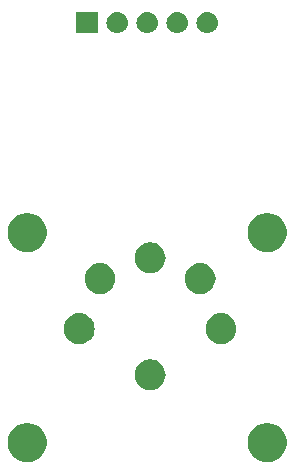
<source format=gbs>
G04 #@! TF.GenerationSoftware,KiCad,Pcbnew,5.1.2-f72e74a~84~ubuntu16.04.1*
G04 #@! TF.CreationDate,2019-07-19T18:17:23+01:00*
G04 #@! TF.ProjectId,DigitalPot_OptoIsolator,44696769-7461-46c5-906f-745f4f70746f,rev?*
G04 #@! TF.SameCoordinates,Original*
G04 #@! TF.FileFunction,Soldermask,Bot*
G04 #@! TF.FilePolarity,Negative*
%FSLAX46Y46*%
G04 Gerber Fmt 4.6, Leading zero omitted, Abs format (unit mm)*
G04 Created by KiCad (PCBNEW 5.1.2-f72e74a~84~ubuntu16.04.1) date 2019-07-19 18:17:23*
%MOMM*%
%LPD*%
G04 APERTURE LIST*
%ADD10C,0.100000*%
G04 APERTURE END LIST*
D10*
G36*
X91815256Y-54271298D02*
G01*
X91921579Y-54292447D01*
X92222042Y-54416903D01*
X92492451Y-54597585D01*
X92722415Y-54827549D01*
X92903097Y-55097958D01*
X93027553Y-55398421D01*
X93091000Y-55717391D01*
X93091000Y-56042609D01*
X93027553Y-56361579D01*
X92903097Y-56662042D01*
X92722415Y-56932451D01*
X92492451Y-57162415D01*
X92222042Y-57343097D01*
X91921579Y-57467553D01*
X91815256Y-57488702D01*
X91602611Y-57531000D01*
X91277389Y-57531000D01*
X91064744Y-57488702D01*
X90958421Y-57467553D01*
X90657958Y-57343097D01*
X90387549Y-57162415D01*
X90157585Y-56932451D01*
X89976903Y-56662042D01*
X89852447Y-56361579D01*
X89789000Y-56042609D01*
X89789000Y-55717391D01*
X89852447Y-55398421D01*
X89976903Y-55097958D01*
X90157585Y-54827549D01*
X90387549Y-54597585D01*
X90657958Y-54416903D01*
X90958421Y-54292447D01*
X91064744Y-54271298D01*
X91277389Y-54229000D01*
X91602611Y-54229000D01*
X91815256Y-54271298D01*
X91815256Y-54271298D01*
G37*
G36*
X112135256Y-54271298D02*
G01*
X112241579Y-54292447D01*
X112542042Y-54416903D01*
X112812451Y-54597585D01*
X113042415Y-54827549D01*
X113223097Y-55097958D01*
X113347553Y-55398421D01*
X113411000Y-55717391D01*
X113411000Y-56042609D01*
X113347553Y-56361579D01*
X113223097Y-56662042D01*
X113042415Y-56932451D01*
X112812451Y-57162415D01*
X112542042Y-57343097D01*
X112241579Y-57467553D01*
X112135256Y-57488702D01*
X111922611Y-57531000D01*
X111597389Y-57531000D01*
X111384744Y-57488702D01*
X111278421Y-57467553D01*
X110977958Y-57343097D01*
X110707549Y-57162415D01*
X110477585Y-56932451D01*
X110296903Y-56662042D01*
X110172447Y-56361579D01*
X110109000Y-56042609D01*
X110109000Y-55717391D01*
X110172447Y-55398421D01*
X110296903Y-55097958D01*
X110477585Y-54827549D01*
X110707549Y-54597585D01*
X110977958Y-54416903D01*
X111278421Y-54292447D01*
X111384744Y-54271298D01*
X111597389Y-54229000D01*
X111922611Y-54229000D01*
X112135256Y-54271298D01*
X112135256Y-54271298D01*
G37*
G36*
X102013473Y-48836413D02*
G01*
X102109040Y-48845825D01*
X102354280Y-48920218D01*
X102580294Y-49041025D01*
X102631899Y-49083376D01*
X102778397Y-49203603D01*
X102898624Y-49350101D01*
X102940975Y-49401706D01*
X103061782Y-49627720D01*
X103136175Y-49872960D01*
X103161294Y-50128000D01*
X103136175Y-50383040D01*
X103061782Y-50628280D01*
X102940975Y-50854294D01*
X102898624Y-50905899D01*
X102778397Y-51052397D01*
X102631899Y-51172624D01*
X102580294Y-51214975D01*
X102354280Y-51335782D01*
X102109040Y-51410175D01*
X102013473Y-51419587D01*
X101917906Y-51429000D01*
X101790094Y-51429000D01*
X101694527Y-51419587D01*
X101598960Y-51410175D01*
X101353720Y-51335782D01*
X101127706Y-51214975D01*
X101076101Y-51172624D01*
X100929603Y-51052397D01*
X100809376Y-50905899D01*
X100767025Y-50854294D01*
X100646218Y-50628280D01*
X100571825Y-50383040D01*
X100546706Y-50128000D01*
X100571825Y-49872960D01*
X100646218Y-49627720D01*
X100767025Y-49401706D01*
X100809376Y-49350101D01*
X100929603Y-49203603D01*
X101076101Y-49083376D01*
X101127706Y-49041025D01*
X101353720Y-48920218D01*
X101598960Y-48845825D01*
X101694528Y-48836412D01*
X101790094Y-48827000D01*
X101917906Y-48827000D01*
X102013473Y-48836413D01*
X102013473Y-48836413D01*
G37*
G36*
X108013473Y-44936413D02*
G01*
X108109040Y-44945825D01*
X108354280Y-45020218D01*
X108580294Y-45141025D01*
X108631899Y-45183376D01*
X108778397Y-45303603D01*
X108898624Y-45450101D01*
X108940975Y-45501706D01*
X109061782Y-45727720D01*
X109136175Y-45972960D01*
X109161294Y-46228000D01*
X109136175Y-46483040D01*
X109061782Y-46728280D01*
X108940975Y-46954294D01*
X108898624Y-47005899D01*
X108778397Y-47152397D01*
X108631899Y-47272624D01*
X108580294Y-47314975D01*
X108354280Y-47435782D01*
X108109040Y-47510175D01*
X108013472Y-47519588D01*
X107917906Y-47529000D01*
X107790094Y-47529000D01*
X107694528Y-47519588D01*
X107598960Y-47510175D01*
X107353720Y-47435782D01*
X107127706Y-47314975D01*
X107076101Y-47272624D01*
X106929603Y-47152397D01*
X106809376Y-47005899D01*
X106767025Y-46954294D01*
X106646218Y-46728280D01*
X106571825Y-46483040D01*
X106546706Y-46228000D01*
X106571825Y-45972960D01*
X106646218Y-45727720D01*
X106767025Y-45501706D01*
X106809376Y-45450101D01*
X106929603Y-45303603D01*
X107076101Y-45183376D01*
X107127706Y-45141025D01*
X107353720Y-45020218D01*
X107598960Y-44945825D01*
X107694527Y-44936413D01*
X107790094Y-44927000D01*
X107917906Y-44927000D01*
X108013473Y-44936413D01*
X108013473Y-44936413D01*
G37*
G36*
X96013473Y-44936413D02*
G01*
X96109040Y-44945825D01*
X96354280Y-45020218D01*
X96580294Y-45141025D01*
X96631899Y-45183376D01*
X96778397Y-45303603D01*
X96898624Y-45450101D01*
X96940975Y-45501706D01*
X97061782Y-45727720D01*
X97136175Y-45972960D01*
X97161294Y-46228000D01*
X97136175Y-46483040D01*
X97061782Y-46728280D01*
X96940975Y-46954294D01*
X96898624Y-47005899D01*
X96778397Y-47152397D01*
X96631899Y-47272624D01*
X96580294Y-47314975D01*
X96354280Y-47435782D01*
X96109040Y-47510175D01*
X96013472Y-47519588D01*
X95917906Y-47529000D01*
X95790094Y-47529000D01*
X95694528Y-47519588D01*
X95598960Y-47510175D01*
X95353720Y-47435782D01*
X95127706Y-47314975D01*
X95076101Y-47272624D01*
X94929603Y-47152397D01*
X94809376Y-47005899D01*
X94767025Y-46954294D01*
X94646218Y-46728280D01*
X94571825Y-46483040D01*
X94546706Y-46228000D01*
X94571825Y-45972960D01*
X94646218Y-45727720D01*
X94767025Y-45501706D01*
X94809376Y-45450101D01*
X94929603Y-45303603D01*
X95076101Y-45183376D01*
X95127706Y-45141025D01*
X95353720Y-45020218D01*
X95598960Y-44945825D01*
X95694527Y-44936413D01*
X95790094Y-44927000D01*
X95917906Y-44927000D01*
X96013473Y-44936413D01*
X96013473Y-44936413D01*
G37*
G36*
X106256113Y-40693773D02*
G01*
X106351680Y-40703185D01*
X106596920Y-40777578D01*
X106822934Y-40898385D01*
X106874539Y-40940736D01*
X107021037Y-41060963D01*
X107096073Y-41152396D01*
X107183615Y-41259066D01*
X107304422Y-41485080D01*
X107378815Y-41730320D01*
X107403934Y-41985360D01*
X107378815Y-42240400D01*
X107304422Y-42485640D01*
X107183615Y-42711654D01*
X107141264Y-42763259D01*
X107021037Y-42909757D01*
X106874539Y-43029984D01*
X106822934Y-43072335D01*
X106596920Y-43193142D01*
X106351680Y-43267535D01*
X106256112Y-43276948D01*
X106160546Y-43286360D01*
X106032734Y-43286360D01*
X105937168Y-43276948D01*
X105841600Y-43267535D01*
X105596360Y-43193142D01*
X105370346Y-43072335D01*
X105318741Y-43029984D01*
X105172243Y-42909757D01*
X105052016Y-42763259D01*
X105009665Y-42711654D01*
X104888858Y-42485640D01*
X104814465Y-42240400D01*
X104789346Y-41985360D01*
X104814465Y-41730320D01*
X104888858Y-41485080D01*
X105009665Y-41259066D01*
X105097207Y-41152396D01*
X105172243Y-41060963D01*
X105318741Y-40940736D01*
X105370346Y-40898385D01*
X105596360Y-40777578D01*
X105841600Y-40703185D01*
X105937167Y-40693773D01*
X106032734Y-40684360D01*
X106160546Y-40684360D01*
X106256113Y-40693773D01*
X106256113Y-40693773D01*
G37*
G36*
X97770833Y-40693773D02*
G01*
X97866400Y-40703185D01*
X98111640Y-40777578D01*
X98337654Y-40898385D01*
X98389259Y-40940736D01*
X98535757Y-41060963D01*
X98610793Y-41152396D01*
X98698335Y-41259066D01*
X98819142Y-41485080D01*
X98893535Y-41730320D01*
X98918654Y-41985360D01*
X98893535Y-42240400D01*
X98819142Y-42485640D01*
X98698335Y-42711654D01*
X98655984Y-42763259D01*
X98535757Y-42909757D01*
X98389259Y-43029984D01*
X98337654Y-43072335D01*
X98111640Y-43193142D01*
X97866400Y-43267535D01*
X97770832Y-43276948D01*
X97675266Y-43286360D01*
X97547454Y-43286360D01*
X97451888Y-43276948D01*
X97356320Y-43267535D01*
X97111080Y-43193142D01*
X96885066Y-43072335D01*
X96833461Y-43029984D01*
X96686963Y-42909757D01*
X96566736Y-42763259D01*
X96524385Y-42711654D01*
X96403578Y-42485640D01*
X96329185Y-42240400D01*
X96304066Y-41985360D01*
X96329185Y-41730320D01*
X96403578Y-41485080D01*
X96524385Y-41259066D01*
X96611927Y-41152396D01*
X96686963Y-41060963D01*
X96833461Y-40940736D01*
X96885066Y-40898385D01*
X97111080Y-40777578D01*
X97356320Y-40703185D01*
X97451887Y-40693773D01*
X97547454Y-40684360D01*
X97675266Y-40684360D01*
X97770833Y-40693773D01*
X97770833Y-40693773D01*
G37*
G36*
X102013473Y-38936413D02*
G01*
X102109040Y-38945825D01*
X102354280Y-39020218D01*
X102580294Y-39141025D01*
X102631899Y-39183376D01*
X102778397Y-39303603D01*
X102898624Y-39450101D01*
X102940975Y-39501706D01*
X103061782Y-39727720D01*
X103136175Y-39972960D01*
X103161294Y-40228000D01*
X103136175Y-40483040D01*
X103061782Y-40728280D01*
X102940975Y-40954294D01*
X102898624Y-41005899D01*
X102778397Y-41152397D01*
X102648419Y-41259066D01*
X102580294Y-41314975D01*
X102354280Y-41435782D01*
X102109040Y-41510175D01*
X102013472Y-41519588D01*
X101917906Y-41529000D01*
X101790094Y-41529000D01*
X101694528Y-41519588D01*
X101598960Y-41510175D01*
X101353720Y-41435782D01*
X101127706Y-41314975D01*
X101059581Y-41259066D01*
X100929603Y-41152397D01*
X100809376Y-41005899D01*
X100767025Y-40954294D01*
X100646218Y-40728280D01*
X100571825Y-40483040D01*
X100546706Y-40228000D01*
X100571825Y-39972960D01*
X100646218Y-39727720D01*
X100767025Y-39501706D01*
X100809376Y-39450101D01*
X100929603Y-39303603D01*
X101076101Y-39183376D01*
X101127706Y-39141025D01*
X101353720Y-39020218D01*
X101598960Y-38945825D01*
X101694527Y-38936413D01*
X101790094Y-38927000D01*
X101917906Y-38927000D01*
X102013473Y-38936413D01*
X102013473Y-38936413D01*
G37*
G36*
X91815256Y-36491298D02*
G01*
X91921579Y-36512447D01*
X92222042Y-36636903D01*
X92492451Y-36817585D01*
X92722415Y-37047549D01*
X92903097Y-37317958D01*
X93027553Y-37618421D01*
X93091000Y-37937391D01*
X93091000Y-38262609D01*
X93027553Y-38581579D01*
X92903097Y-38882042D01*
X92722415Y-39152451D01*
X92492451Y-39382415D01*
X92222042Y-39563097D01*
X91921579Y-39687553D01*
X91815256Y-39708702D01*
X91602611Y-39751000D01*
X91277389Y-39751000D01*
X91064744Y-39708702D01*
X90958421Y-39687553D01*
X90657958Y-39563097D01*
X90387549Y-39382415D01*
X90157585Y-39152451D01*
X89976903Y-38882042D01*
X89852447Y-38581579D01*
X89789000Y-38262609D01*
X89789000Y-37937391D01*
X89852447Y-37618421D01*
X89976903Y-37317958D01*
X90157585Y-37047549D01*
X90387549Y-36817585D01*
X90657958Y-36636903D01*
X90958421Y-36512447D01*
X91064744Y-36491298D01*
X91277389Y-36449000D01*
X91602611Y-36449000D01*
X91815256Y-36491298D01*
X91815256Y-36491298D01*
G37*
G36*
X112135256Y-36491298D02*
G01*
X112241579Y-36512447D01*
X112542042Y-36636903D01*
X112812451Y-36817585D01*
X113042415Y-37047549D01*
X113223097Y-37317958D01*
X113347553Y-37618421D01*
X113411000Y-37937391D01*
X113411000Y-38262609D01*
X113347553Y-38581579D01*
X113223097Y-38882042D01*
X113042415Y-39152451D01*
X112812451Y-39382415D01*
X112542042Y-39563097D01*
X112241579Y-39687553D01*
X112135256Y-39708702D01*
X111922611Y-39751000D01*
X111597389Y-39751000D01*
X111384744Y-39708702D01*
X111278421Y-39687553D01*
X110977958Y-39563097D01*
X110707549Y-39382415D01*
X110477585Y-39152451D01*
X110296903Y-38882042D01*
X110172447Y-38581579D01*
X110109000Y-38262609D01*
X110109000Y-37937391D01*
X110172447Y-37618421D01*
X110296903Y-37317958D01*
X110477585Y-37047549D01*
X110707549Y-36817585D01*
X110977958Y-36636903D01*
X111278421Y-36512447D01*
X111384744Y-36491298D01*
X111597389Y-36449000D01*
X111922611Y-36449000D01*
X112135256Y-36491298D01*
X112135256Y-36491298D01*
G37*
G36*
X97421000Y-21221000D02*
G01*
X95619000Y-21221000D01*
X95619000Y-19419000D01*
X97421000Y-19419000D01*
X97421000Y-21221000D01*
X97421000Y-21221000D01*
G37*
G36*
X99170443Y-19425519D02*
G01*
X99236627Y-19432037D01*
X99406466Y-19483557D01*
X99562991Y-19567222D01*
X99598729Y-19596552D01*
X99700186Y-19679814D01*
X99783448Y-19781271D01*
X99812778Y-19817009D01*
X99896443Y-19973534D01*
X99947963Y-20143373D01*
X99965359Y-20320000D01*
X99947963Y-20496627D01*
X99896443Y-20666466D01*
X99812778Y-20822991D01*
X99783448Y-20858729D01*
X99700186Y-20960186D01*
X99598729Y-21043448D01*
X99562991Y-21072778D01*
X99406466Y-21156443D01*
X99236627Y-21207963D01*
X99170442Y-21214482D01*
X99104260Y-21221000D01*
X99015740Y-21221000D01*
X98949558Y-21214482D01*
X98883373Y-21207963D01*
X98713534Y-21156443D01*
X98557009Y-21072778D01*
X98521271Y-21043448D01*
X98419814Y-20960186D01*
X98336552Y-20858729D01*
X98307222Y-20822991D01*
X98223557Y-20666466D01*
X98172037Y-20496627D01*
X98154641Y-20320000D01*
X98172037Y-20143373D01*
X98223557Y-19973534D01*
X98307222Y-19817009D01*
X98336552Y-19781271D01*
X98419814Y-19679814D01*
X98521271Y-19596552D01*
X98557009Y-19567222D01*
X98713534Y-19483557D01*
X98883373Y-19432037D01*
X98949558Y-19425518D01*
X99015740Y-19419000D01*
X99104260Y-19419000D01*
X99170443Y-19425519D01*
X99170443Y-19425519D01*
G37*
G36*
X101710443Y-19425519D02*
G01*
X101776627Y-19432037D01*
X101946466Y-19483557D01*
X102102991Y-19567222D01*
X102138729Y-19596552D01*
X102240186Y-19679814D01*
X102323448Y-19781271D01*
X102352778Y-19817009D01*
X102436443Y-19973534D01*
X102487963Y-20143373D01*
X102505359Y-20320000D01*
X102487963Y-20496627D01*
X102436443Y-20666466D01*
X102352778Y-20822991D01*
X102323448Y-20858729D01*
X102240186Y-20960186D01*
X102138729Y-21043448D01*
X102102991Y-21072778D01*
X101946466Y-21156443D01*
X101776627Y-21207963D01*
X101710442Y-21214482D01*
X101644260Y-21221000D01*
X101555740Y-21221000D01*
X101489558Y-21214482D01*
X101423373Y-21207963D01*
X101253534Y-21156443D01*
X101097009Y-21072778D01*
X101061271Y-21043448D01*
X100959814Y-20960186D01*
X100876552Y-20858729D01*
X100847222Y-20822991D01*
X100763557Y-20666466D01*
X100712037Y-20496627D01*
X100694641Y-20320000D01*
X100712037Y-20143373D01*
X100763557Y-19973534D01*
X100847222Y-19817009D01*
X100876552Y-19781271D01*
X100959814Y-19679814D01*
X101061271Y-19596552D01*
X101097009Y-19567222D01*
X101253534Y-19483557D01*
X101423373Y-19432037D01*
X101489558Y-19425518D01*
X101555740Y-19419000D01*
X101644260Y-19419000D01*
X101710443Y-19425519D01*
X101710443Y-19425519D01*
G37*
G36*
X104250443Y-19425519D02*
G01*
X104316627Y-19432037D01*
X104486466Y-19483557D01*
X104642991Y-19567222D01*
X104678729Y-19596552D01*
X104780186Y-19679814D01*
X104863448Y-19781271D01*
X104892778Y-19817009D01*
X104976443Y-19973534D01*
X105027963Y-20143373D01*
X105045359Y-20320000D01*
X105027963Y-20496627D01*
X104976443Y-20666466D01*
X104892778Y-20822991D01*
X104863448Y-20858729D01*
X104780186Y-20960186D01*
X104678729Y-21043448D01*
X104642991Y-21072778D01*
X104486466Y-21156443D01*
X104316627Y-21207963D01*
X104250442Y-21214482D01*
X104184260Y-21221000D01*
X104095740Y-21221000D01*
X104029558Y-21214482D01*
X103963373Y-21207963D01*
X103793534Y-21156443D01*
X103637009Y-21072778D01*
X103601271Y-21043448D01*
X103499814Y-20960186D01*
X103416552Y-20858729D01*
X103387222Y-20822991D01*
X103303557Y-20666466D01*
X103252037Y-20496627D01*
X103234641Y-20320000D01*
X103252037Y-20143373D01*
X103303557Y-19973534D01*
X103387222Y-19817009D01*
X103416552Y-19781271D01*
X103499814Y-19679814D01*
X103601271Y-19596552D01*
X103637009Y-19567222D01*
X103793534Y-19483557D01*
X103963373Y-19432037D01*
X104029558Y-19425518D01*
X104095740Y-19419000D01*
X104184260Y-19419000D01*
X104250443Y-19425519D01*
X104250443Y-19425519D01*
G37*
G36*
X106790443Y-19425519D02*
G01*
X106856627Y-19432037D01*
X107026466Y-19483557D01*
X107182991Y-19567222D01*
X107218729Y-19596552D01*
X107320186Y-19679814D01*
X107403448Y-19781271D01*
X107432778Y-19817009D01*
X107516443Y-19973534D01*
X107567963Y-20143373D01*
X107585359Y-20320000D01*
X107567963Y-20496627D01*
X107516443Y-20666466D01*
X107432778Y-20822991D01*
X107403448Y-20858729D01*
X107320186Y-20960186D01*
X107218729Y-21043448D01*
X107182991Y-21072778D01*
X107026466Y-21156443D01*
X106856627Y-21207963D01*
X106790442Y-21214482D01*
X106724260Y-21221000D01*
X106635740Y-21221000D01*
X106569558Y-21214482D01*
X106503373Y-21207963D01*
X106333534Y-21156443D01*
X106177009Y-21072778D01*
X106141271Y-21043448D01*
X106039814Y-20960186D01*
X105956552Y-20858729D01*
X105927222Y-20822991D01*
X105843557Y-20666466D01*
X105792037Y-20496627D01*
X105774641Y-20320000D01*
X105792037Y-20143373D01*
X105843557Y-19973534D01*
X105927222Y-19817009D01*
X105956552Y-19781271D01*
X106039814Y-19679814D01*
X106141271Y-19596552D01*
X106177009Y-19567222D01*
X106333534Y-19483557D01*
X106503373Y-19432037D01*
X106569558Y-19425518D01*
X106635740Y-19419000D01*
X106724260Y-19419000D01*
X106790443Y-19425519D01*
X106790443Y-19425519D01*
G37*
M02*

</source>
